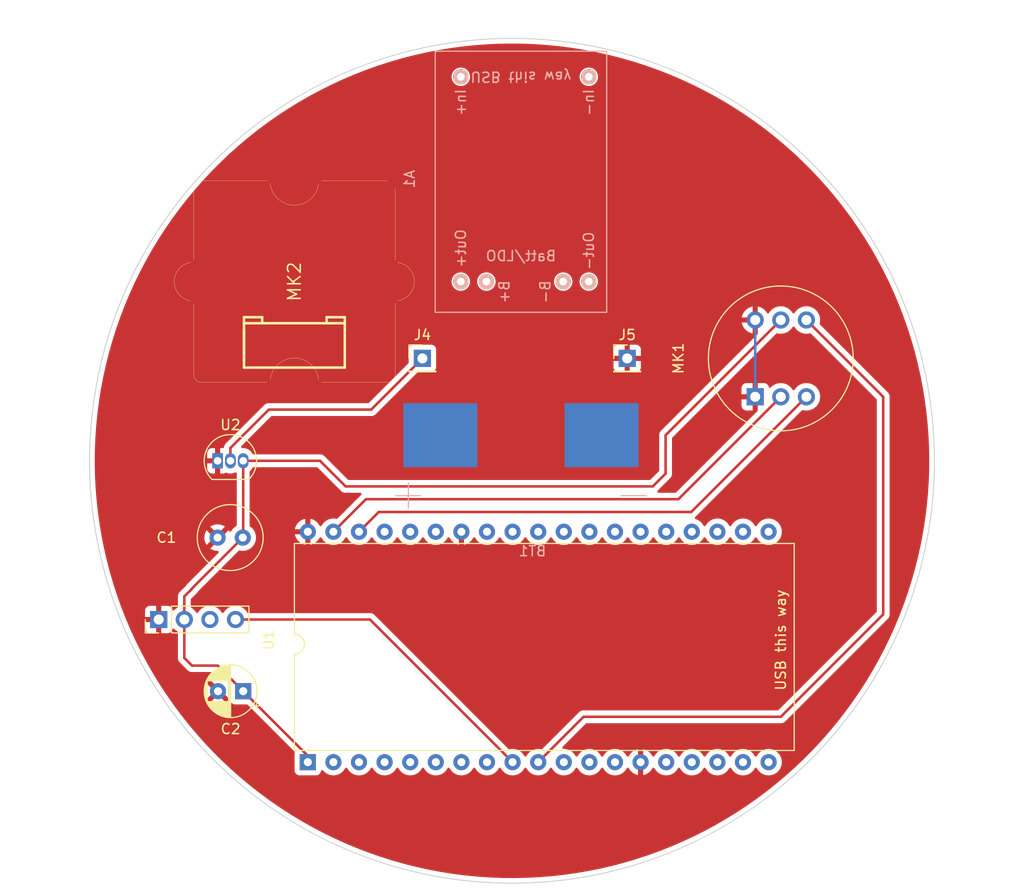
<source format=kicad_pcb>
(kicad_pcb (version 20211014) (generator pcbnew)
  (layers (0 "F.Cu" signal) (31 "B.Cu" signal) (34 "B.Paste" user) (35 "F.Paste" user) (36 "B.SilkS" user "B.Silkscreen") (37 "F.SilkS" user "F.Silkscreen") (38 "B.Mask" user) (39 "F.Mask" user) (44 "Edge.Cuts" user))
  (net 0 "")
  (net 4 "GND")
  (net 8 "Net-(MK1-Pad2)")
  (net 24 "Net-(MK1-Pad3)")
  (net 37 "Net-(MK1-Pad4)")
  (net 38 "Net-(MK2-Pad4)")
  (net 39 "Net-(C1-Pad2)")
  (net 40 "Net-(J4-Pad1)")
  (footprint "Package_TO_SOT_THT:TO-92_Inline" (layer "F.Cu") (at 104.14 93.98)
    (fp_text reference "U2" (at 1.27 -3.56) (layer "F.SilkS"))
    (fp_text value "MCP1700-3302E_TO92")
    (fp_line (start -0.53 1.85) (end 3.07 1.85) (layer "F.SilkS") (width 0.12))
    (fp_arc (start 1.27 -2.6) (mid 3.672087 -0.994977) (end 3.108478 1.838478) (layer "F.SilkS") (width 0.12))
    (fp_arc (start -0.568478 1.838478) (mid -1.132087 -0.994977) (end 1.27 -2.6) (layer "F.SilkS") (width 0.12))
    (pad "1" thru_hole rect (at 0 0) (size 1.05 1.5) (drill 0.75) (layers *.Cu *.Mask) (net 4 "GND"))
    (pad "2" thru_hole oval (at 1.27 0) (size 1.05 1.5) (drill 0.75) (layers *.Cu *.Mask) (net 40 "Net-(J4-Pad1)"))
    (pad "3" thru_hole oval (at 2.54 0) (size 1.05 1.5) (drill 0.75) (layers *.Cu *.Mask) (net 39 "Net-(C1-Pad2)"))
  )
  (footprint "Package_DIP:DIP-38_W22.86mm" (layer "F.Cu") (at 134.62 111.76 90)
    (fp_text reference "U1" (at 0 -25.4 90) (layer "F.SilkS"))
    (fp_text value "ESP32_NodeMCU_v1.1")
    (fp_text user "USB this way" (at 0 25.4 90 unlocked) (layer "F.SilkS"))
    (fp_line (start -10.96 26.73) (end 9.58 26.73) (layer "F.SilkS") (width 0.12))
    (fp_line (start 9.58 26.73) (end 9.58 -22.86) (layer "F.SilkS") (width 0.12))
    (fp_line (start 9.58 -22.86) (end 0.58 -22.86) (layer "F.SilkS") (width 0.12))
    (fp_line (start -1.42 -22.86) (end -10.96 -22.86) (layer "F.SilkS") (width 0.12))
    (fp_line (start -10.96 -22.86) (end -10.96 26.73) (layer "F.SilkS") (width 0.12))
    (fp_arc (start 0.58 -22.86) (mid -0.42 -21.86) (end -1.42 -22.86) (layer "F.SilkS") (width 0.12))
    (pad "1" thru_hole rect (at -12.12 -21.53 90) (size 1.6 1.6) (drill 0.8) (layers *.Cu *.Mask) (net 39 "Net-(C1-Pad2)"))
    (pad "2" thru_hole oval (at -12.12 -18.99 90) (size 1.6 1.6) (drill 0.8) (layers *.Cu *.Mask))
    (pad "3" thru_hole oval (at -12.12 -16.45 90) (size 1.6 1.6) (drill 0.8) (layers *.Cu *.Mask))
    (pad "4" thru_hole oval (at -12.12 -13.91 90) (size 1.6 1.6) (drill 0.8) (layers *.Cu *.Mask))
    (pad "5" thru_hole oval (at -12.12 -11.37 90) (size 1.6 1.6) (drill 0.8) (layers *.Cu *.Mask))
    (pad "6" thru_hole oval (at -12.12 -8.83 90) (size 1.6 1.6) (drill 0.8) (layers *.Cu *.Mask))
    (pad "7" thru_hole oval (at -12.12 -6.29 90) (size 1.6 1.6) (drill 0.8) (layers *.Cu *.Mask))
    (pad "8" thru_hole oval (at -12.12 -3.75 90) (size 1.6 1.6) (drill 0.8) (layers *.Cu *.Mask))
    (pad "9" thru_hole oval (at -12.12 -1.21 90) (size 1.6 1.6) (drill 0.8) (layers *.Cu *.Mask) (net 38 "Net-(MK2-Pad4)"))
    (pad "10" thru_hole oval (at -12.12 1.33 90) (size 1.6 1.6) (drill 0.8) (layers *.Cu *.Mask) (net 37 "Net-(MK1-Pad4)"))
    (pad "11" thru_hole oval (at -12.12 3.87 90) (size 1.6 1.6) (drill 0.8) (layers *.Cu *.Mask))
    (pad "12" thru_hole oval (at -12.12 6.41 90) (size 1.6 1.6) (drill 0.8) (layers *.Cu *.Mask))
    (pad "13" thru_hole oval (at -12.12 8.95 90) (size 1.6 1.6) (drill 0.8) (layers *.Cu *.Mask))
    (pad "14" thru_hole oval (at -12.12 11.49 90) (size 1.6 1.6) (drill 0.8) (layers *.Cu *.Mask) (net 4 "GND"))
    (pad "15" thru_hole oval (at -12.12 14.03 90) (size 1.6 1.6) (drill 0.8) (layers *.Cu *.Mask))
    (pad "16" thru_hole oval (at -12.12 16.57 90) (size 1.6 1.6) (drill 0.8) (layers *.Cu *.Mask))
    (pad "17" thru_hole oval (at -12.12 19.11 90) (size 1.6 1.6) (drill 0.8) (layers *.Cu *.Mask))
    (pad "18" thru_hole oval (at -12.12 21.65 90) (size 1.6 1.6) (drill 0.8) (layers *.Cu *.Mask))
    (pad "19" thru_hole oval (at -12.12 24.19 90) (size 1.6 1.6) (drill 0.8) (layers *.Cu *.Mask))
    (pad "20" thru_hole oval (at 10.74 24.19 90) (size 1.6 1.6) (drill 0.8) (layers *.Cu *.Mask))
    (pad "21" thru_hole oval (at 10.74 21.65 90) (size 1.6 1.6) (drill 0.8) (layers *.Cu *.Mask))
    (pad "22" thru_hole oval (at 10.74 19.11 90) (size 1.6 1.6) (drill 0.8) (layers *.Cu *.Mask))
    (pad "23" thru_hole oval (at 10.74 16.57 90) (size 1.6 1.6) (drill 0.8) (layers *.Cu *.Mask))
    (pad "24" thru_hole oval (at 10.74 14.03 90) (size 1.6 1.6) (drill 0.8) (layers *.Cu *.Mask))
    (pad "25" thru_hole oval (at 10.74 11.49 90) (size 1.6 1.6) (drill 0.8) (layers *.Cu *.Mask))
    (pad "26" thru_hole oval (at 10.74 8.95 90) (size 1.6 1.6) (drill 0.8) (layers *.Cu *.Mask))
    (pad "27" thru_hole oval (at 10.74 6.41 90) (size 1.6 1.6) (drill 0.8) (layers *.Cu *.Mask))
    (pad "28" thru_hole oval (at 10.74 3.87 90) (size 1.6 1.6) (drill 0.8) (layers *.Cu *.Mask))
    (pad "29" thru_hole oval (at 10.74 1.33 90) (size 1.6 1.6) (drill 0.8) (layers *.Cu *.Mask))
    (pad "30" thru_hole oval (at 10.74 -1.21 90) (size 1.6 1.6) (drill 0.8) (layers *.Cu *.Mask))
    (pad "31" thru_hole oval (at 10.74 -3.75 90) (size 1.6 1.6) (drill 0.8) (layers *.Cu *.Mask))
    (pad "32" thru_hole oval (at 10.74 -6.29 90) (size 1.6 1.6) (drill 0.8) (layers *.Cu *.Mask) (net 4 "GND"))
    (pad "33" thru_hole oval (at 10.74 -8.83 90) (size 1.6 1.6) (drill 0.8) (layers *.Cu *.Mask))
    (pad "34" thru_hole oval (at 10.74 -11.37 90) (size 1.6 1.6) (drill 0.8) (layers *.Cu *.Mask))
    (pad "35" thru_hole oval (at 10.74 -13.91 90) (size 1.6 1.6) (drill 0.8) (layers *.Cu *.Mask))
    (pad "36" thru_hole oval (at 10.74 -16.45 90) (size 1.6 1.6) (drill 0.8) (layers *.Cu *.Mask) (net 24 "Net-(MK1-Pad3)"))
    (pad "37" thru_hole oval (at 10.74 -18.99 90) (size 1.6 1.6) (drill 0.8) (layers *.Cu *.Mask) (net 8 "Net-(MK1-Pad2)"))
    (pad "38" thru_hole oval (at 10.74 -21.53 90) (size 1.6 1.6) (drill 0.8) (layers *.Cu *.Mask) (net 4 "GND"))
  )
  (footprint "Capacitor_THT:CP_Radial_D5.0mm_P2.50mm" (layer "F.Cu") (at 106.68 116.84 180)
    (fp_text reference "C2" (at 1.25 -3.75) (layer "F.SilkS"))
    (fp_text value "100u")
    (fp_line (start 3.211 -1.699) (end 3.211 -1.04) (layer "F.SilkS") (width 0.12))
    (fp_line (start 1.45 -2.573) (end 1.45 2.573) (layer "F.SilkS") (width 0.12))
    (fp_line (start 2.691 -2.149) (end 2.691 -1.04) (layer "F.SilkS") (width 0.12))
    (fp_line (start 3.451 -1.383) (end 3.451 -1.04) (layer "F.SilkS") (width 0.12))
    (fp_line (start 2.411 1.04) (end 2.411 2.31) (layer "F.SilkS") (width 0.12))
    (fp_line (start 1.77 -2.528) (end 1.77 -1.04) (layer "F.SilkS") (width 0.12))
    (fp_line (start -1.554775 -1.475) (end -1.054775 -1.475) (layer "F.SilkS") (width 0.12))
    (fp_line (start 3.171 -1.743) (end 3.171 -1.04) (layer "F.SilkS") (width 0.12))
    (fp_line (start 2.131 1.04) (end 2.131 2.428) (layer "F.SilkS") (width 0.12))
    (fp_line (start 1.89 1.04) (end 1.89 2.501) (layer "F.SilkS") (width 0.12))
    (fp_line (start 2.451 1.04) (end 2.451 2.29) (layer "F.SilkS") (width 0.12))
    (fp_line (start 3.091 -1.826) (end 3.091 -1.04) (layer "F.SilkS") (width 0.12))
    (fp_line (start 2.371 1.04) (end 2.371 2.329) (layer "F.SilkS") (width 0.12))
    (fp_line (start 2.531 -2.247) (end 2.531 -1.04) (layer "F.SilkS") (width 0.12))
    (fp_line (start 1.65 -2.55) (end 1.65 -1.04) (layer "F.SilkS") (width 0.12))
    (fp_line (start 3.171 1.04) (end 3.171 1.743) (layer "F.SilkS") (width 0.12))
    (fp_line (start 3.651 -1.011) (end 3.651 1.011) (layer "F.SilkS") (width 0.12))
    (fp_line (start 2.011 -2.468) (end 2.011 -1.04) (layer "F.SilkS") (width 0.12))
    (fp_line (start 2.331 -2.348) (end 2.331 -1.04) (layer "F.SilkS") (width 0.12))
    (fp_line (start 3.331 -1.554) (end 3.331 -1.04) (layer "F.SilkS") (width 0.12))
    (fp_line (start 2.291 -2.365) (end 2.291 -1.04) (layer "F.SilkS") (width 0.12))
    (fp_line (start 3.291 -1.605) (end 3.291 -1.04) (layer "F.SilkS") (width 0.12))
    (fp_line (start 2.491 -2.268) (end 2.491 -1.04) (layer "F.SilkS") (width 0.12))
    (fp_line (start 2.251 -2.382) (end 2.251 -1.04) (layer "F.SilkS") (width 0.12))
    (fp_line (start 3.091 1.04) (end 3.091 1.826) (layer "F.SilkS") (width 0.12))
    (fp_line (start 1.971 -2.48) (end 1.971 -1.04) (layer "F.SilkS") (width 0.12))
    (fp_line (start 3.411 1.04) (end 3.411 1.443) (layer "F.SilkS") (width 0.12))
    (fp_line (start 2.171 1.04) (end 2.171 2.414) (layer "F.SilkS") (width 0.12))
    (fp_line (start 3.051 -1.864) (end 3.051 -1.04) (layer "F.SilkS") (width 0.12))
    (fp_line (start 2.891 -2.004) (end 2.891 -1.04) (layer "F.SilkS") (width 0.12))
    (fp_line (start 1.49 1.04) (end 1.49 2.569) (layer "F.SilkS") (width 0.12))
    (fp_line (start 1.41 -2.576) (end 1.41 2.576) (layer "F.SilkS") (width 0.12))
    (fp_line (start 3.251 1.04) (end 3.251 1.653) (layer "F.SilkS") (width 0.12))
    (fp_line (start 3.051 1.04) (end 3.051 1.864) (layer "F.SilkS") (width 0.12))
    (fp_line (start 3.691 -0.915) (end 3.691 0.915) (layer "F.SilkS") (width 0.12))
    (fp_line (start 2.811 -2.065) (end 2.811 -1.04) (layer "F.SilkS") (width 0.12))
    (fp_line (start 2.771 1.04) (end 2.771 2.095) (layer "F.SilkS") (width 0.12))
    (fp_line (start 2.331 1.04) (end 2.331 2.348) (layer "F.SilkS") (width 0.12))
    (fp_line (start 3.731 -0.805) (end 3.731 0.805) (layer "F.SilkS") (width 0.12))
    (fp_line (start 1.69 1.04) (end 1.69 2.543) (layer "F.SilkS") (width 0.12))
    (fp_line (start 2.611 1.04) (end 2.611 2.2) (layer "F.SilkS") (width 0.12))
    (fp_line (start 3.451 1.04) (end 3.451 1.383) (layer "F.SilkS") (width 0.12))
    (fp_line (start 3.291 1.04) (end 3.291 1.605) (layer "F.SilkS") (width 0.12))
    (fp_line (start 3.371 -1.5) (end 3.371 -1.04) (layer "F.SilkS") (width 0.12))
    (fp_line (start 2.811 1.04) (end 2.811 2.065) (layer "F.SilkS") (width 0.12))
    (fp_line (start 3.371 1.04) (end 3.371 1.5) (layer "F.SilkS") (width 0.12))
    (fp_line (start 1.37 -2.578) (end 1.37 2.578) (layer "F.SilkS") (width 0.12))
    (fp_line (start 2.931 1.04) (end 2.931 1.971) (layer "F.SilkS") (width 0.12))
    (fp_line (start 1.69 -2.543) (end 1.69 -1.04) (layer "F.SilkS") (width 0.12))
    (fp_line (start 2.051 -2.455) (end 2.051 -1.04) (layer "F.SilkS") (width 0.12))
    (fp_line (start 2.051 1.04) (end 2.051 2.455) (layer "F.SilkS") (width 0.12))
    (fp_line (start 2.091 1.04) (end 2.091 2.442) (layer "F.SilkS") (width 0.12))
    (fp_line (start -1.304775 -1.725) (end -1.304775 -1.225) (layer "F.SilkS") (width 0.12))
    (fp_line (start 1.25 -2.58) (end 1.25 2.58) (layer "F.SilkS") (width 0.12))
    (fp_line (start 1.81 1.04) (end 1.81 2.52) (layer "F.SilkS") (width 0.12))
    (fp_line (start 1.57 1.04) (end 1.57 2.561) (layer "F.SilkS") (width 0.12))
    (fp_line (start 3.131 1.04) (end 3.131 1.785) (layer "F.SilkS") (width 0.12))
    (fp_line (start 3.331 1.04) (end 3.331 1.554) (layer "F.SilkS") (width 0.12))
    (fp_line (start 2.891 1.04) (end 2.891 2.004) (layer "F.SilkS") (width 0.12))
    (fp_line (start 2.091 -2.442) (end 2.091 -1.04) (layer "F.SilkS") (width 0.12))
    (fp_line (start 2.371 -2.329) (end 2.371 -1.04) (layer "F.SilkS") (width 0.12))
    (fp_line (start 2.171 -2.414) (end 2.171 -1.04) (layer "F.SilkS") (width 0.12))
    (fp_line (start 3.411 -1.443) (end 3.411 -1.04) (layer "F.SilkS") (width 0.12))
    (fp_line (start 3.131 -1.785) (end 3.131 -1.04) (layer "F.SilkS") (width 0.12))
    (fp_line (start 2.651 1.04) (end 2.651 2.175) (layer "F.SilkS") (width 0.12))
    (fp_line (start 3.011 -1.901) (end 3.011 -1.04) (layer "F.SilkS") (width 0.12))
    (fp_line (start 2.731 1.04) (end 2.731 2.122) (layer "F.SilkS") (width 0.12))
    (fp_line (start 1.57 -2.561) (end 1.57 -1.04) (layer "F.SilkS") (width 0.12))
    (fp_line (start 2.691 1.04) (end 2.691 2.149) (layer "F.SilkS") (width 0.12))
    (fp_line (start 2.731 -2.122) (end 2.731 -1.04) (layer "F.SilkS") (width 0.12))
    (fp_line (start 3.611 -1.098) (end 3.611 1.098) (layer "F.SilkS") (width 0.12))
    (fp_line (start 2.971 -1.937) (end 2.971 -1.04) (layer "F.SilkS") (width 0.12))
    (fp_line (start 3.571 -1.178) (end 3.571 1.178) (layer "F.SilkS") (width 0.12))
    (fp_line (start 2.651 -2.175) (end 2.651 -1.04) (layer "F.SilkS") (width 0.12))
    (fp_line (start 3.851 -0.284) (end 3.851 0.284) (layer "F.SilkS") (width 0.12))
    (fp_line (start 1.65 1.04) (end 1.65 2.55) (layer "F.SilkS") (width 0.12))
    (fp_line (start 2.971 1.04) (end 2.971 1.937) (layer "F.SilkS") (width 0.12))
    (fp_line (start 1.73 1.04) (end 1.73 2.536) (layer "F.SilkS") (width 0.12))
    (fp_line (start 3.491 1.04) (end 3.491 1.319) (layer "F.SilkS") (width 0.12))
    (fp_line (start 2.571 -2.224) (end 2.571 -1.04) (layer "F.SilkS") (width 0.12))
    (fp_line (start 2.771 -2.095) (end 2.771 -1.04) (layer "F.SilkS") (width 0.12))
    (fp_line (start 1.89 -2.501) (end 1.89 -1.04) (layer "F.SilkS") (width 0.12))
    (fp_line (start 1.29 -2.58) (end 1.29 2.58) (layer "F.SilkS") (width 0.12))
    (fp_line (start 1.53 -2.565) (end 1.53 -1.04) (layer "F.SilkS") (width 0.12))
    (fp_line (start 2.211 -2.398) (end 2.211 -1.04) (layer "F.SilkS") (width 0.12))
    (fp_line (start 1.61 1.04) (end 1.61 2.556) (layer "F.SilkS") (width 0.12))
    (fp_line (start 1.85 1.04) (end 1.85 2.511) (layer "F.SilkS") (width 0.12))
    (fp_line (start 1.49 -2.569) (end 1.49 -1.04) (layer "F.SilkS") (width 0.12))
    (fp_line (start 3.811 -0.518) (end 3.811 0.518) (layer "F.SilkS") (width 0.12))
    (fp_line (start 3.491 -1.319) (end 3.491 -1.04) (layer "F.SilkS") (width 0.12))
    (fp_line (start 2.131 -2.428) (end 2.131 -1.04) (layer "F.SilkS") (width 0.12))
    (fp_line (start 1.33 -2.579) (end 1.33 2.579) (layer "F.SilkS") (width 0.12))
    (fp_line (start 2.211 1.04) (end 2.211 2.398) (layer "F.SilkS") (width 0.12))
    (fp_line (start 2.411 -2.31) (end 2.411 -1.04) (layer "F.SilkS") (width 0.12))
    (fp_line (start 1.53 1.04) (end 1.53 2.565) (layer "F.SilkS") (width 0.12))
    (fp_line (start 1.61 -2.556) (end 1.61 -1.04) (layer "F.SilkS") (width 0.12))
    (fp_line (start 3.011 1.04) (end 3.011 1.901) (layer "F.SilkS") (width 0.12))
    (fp_line (start 2.931 -1.971) (end 2.931 -1.04) (layer "F.SilkS") (width 0.12))
    (fp_line (start 2.491 1.04) (end 2.491 2.268) (layer "F.SilkS") (width 0.12))
    (fp_line (start 2.571 1.04) (end 2.571 2.224) (layer "F.SilkS") (width 0.12))
    (fp_line (start 3.531 1.04) (end 3.531 1.251) (layer "F.SilkS") (width 0.12))
    (fp_line (start 2.011 1.04) (end 2.011 2.468) (layer "F.SilkS") (width 0.12))
    (fp_line (start 1.85 -2.511) (end 1.85 -1.04) (layer "F.SilkS") (width 0.12))
    (fp_line (start 1.93 -2.491) (end 1.93 -1.04) (layer "F.SilkS") (width 0.12))
    (fp_line (start 2.851 1.04) (end 2.851 2.035) (layer "F.SilkS") (width 0.12))
    (fp_line (start 1.77 1.04) (end 1.77 2.528) (layer "F.SilkS") (width 0.12))
    (fp_line (start 1.81 -2.52) (end 1.81 -1.04) (layer "F.SilkS") (width 0.12))
    (fp_line (start 3.531 -1.251) (end 3.531 -1.04) (layer "F.SilkS") (width 0.12))
    (fp_line (start 3.771 -0.677) (end 3.771 0.677) (layer "F.SilkS") (width 0.12))
    (fp_line (start 2.611 -2.2) (end 2.611 -1.04) (layer "F.SilkS") (width 0.12))
    (fp_line (start 2.291 1.04) (end 2.291 2.365) (layer "F.SilkS") (width 0.12))
    (fp_line (start 3.251 -1.653) (end 3.251 -1.04) (layer "F.SilkS") (width 0.12))
    (fp_line (start 2.451 -2.29) (end 2.451 -1.04) (layer "F.SilkS") (width 0.12))
    (fp_line (start 1.93 1.04) (end 1.93 2.491) (layer "F.SilkS") (width 0.12))
    (fp_line (start 2.531 1.04) (end 2.531 2.247) (layer "F.SilkS") (width 0.12))
    (fp_line (start 1.971 1.04) (end 1.971 2.48) (layer "F.SilkS") (width 0.12))
    (fp_line (start 2.851 -2.035) (end 2.851 -1.04) (layer "F.SilkS") (width 0.12))
    (fp_line (start 1.73 -2.536) (end 1.73 -1.04) (layer "F.SilkS") (width 0.12))
    (fp_line (start 2.251 1.04) (end 2.251 2.382) (layer "F.SilkS") (width 0.12))
    (fp_line (start 3.211 1.04) (end 3.211 1.699) (layer "F.SilkS") (width 0.12))
    (fp_circle (center 1.25 0) (end 3.87 0) (layer "F.SilkS") (width 0.12) (fill none))
    (pad "1" thru_hole rect (at 0 0 180) (size 1.6 1.6) (drill 0.8) (layers *.Cu *.Mask) (net 39 "Net-(C1-Pad2)"))
    (pad "2" thru_hole circle (at 2.5 0 180) (size 1.6 1.6) (drill 0.8) (layers *.Cu *.Mask) (net 4 "GND"))
  )
  (footprint "Connector_PinHeader_2.54mm:PinHeader_1x01_P2.54mm_Vertical" (layer "F.Cu") (at 124.46 83.82)
    (fp_text reference "J4" (at 0 -2.33) (layer "F.SilkS"))
    (fp_text value "Conn_01x01_Male")
    (fp_line (start -1.33 0) (end -1.33 -1.33) (layer "F.SilkS") (width 0.12))
    (fp_line (start -1.33 1.33) (end 1.33 1.33) (layer "F.SilkS") (width 0.12))
    (fp_line (start -1.33 -1.33) (end 0 -1.33) (layer "F.SilkS") (width 0.12))
    (fp_line (start 1.33 1.27) (end 1.33 1.33) (layer "F.SilkS") (width 0.12))
    (fp_line (start -1.33 1.27) (end -1.33 1.33) (layer "F.SilkS") (width 0.12))
    (fp_line (start -1.33 1.27) (end 1.33 1.27) (layer "F.SilkS") (width 0.12))
    (pad "1" thru_hole rect (at 0 0) (size 1.7 1.7) (drill 1) (layers *.Cu *.Mask) (net 40 "Net-(J4-Pad1)"))
  )
  (footprint "Capacitor_THT:C_Radial_D6.3mm_H5.0mm_P2.50mm" (layer "F.Cu") (at 104.14 101.6)
    (fp_text reference "C1" (at -5.08 0) (layer "F.SilkS"))
    (fp_text value "100n")
    (fp_circle (center 1.25 0) (end 4.52 0) (layer "F.SilkS") (width 0.12) (fill none))
    (pad "1" thru_hole circle (at 0 0) (size 1.6 1.6) (drill 0.8) (layers *.Cu *.Mask) (net 4 "GND"))
    (pad "2" thru_hole circle (at 2.5 0) (size 1.6 1.6) (drill 0.8) (layers *.Cu *.Mask) (net 39 "Net-(C1-Pad2)"))
  )
  (footprint "Microphones:Grove Sound Sensor" (layer "F.Cu") (at 111.76 76.2 90)
    (fp_text reference "MK2" (at 0 0 90) (layer "F.SilkS") (effects (font (size 1.27 1.27))))
    (fp_text value "Grove" hide)
    (fp_line (start -7.33 5) (end -5.33 5) (layer "F.SilkS") (width 0.127))
    (fp_line (start 10 -2.7) (end 10 -9.2) (layer "F.SilkS") (width 0.0254))
    (fp_line (start -8.53 5) (end -4.13 5) (layer "F.SilkS") (width 0.254))
    (fp_line (start 9.2 -10) (end 2.1 -10) (layer "F.SilkS") (width 0.0254))
    (fp_line (start -10 2.7) (end -10 9.2) (layer "F.SilkS") (width 0.0254))
    (fp_line (start 10 2.7) (end 10 9.2) (layer "F.SilkS") (width 0.0254))
    (fp_line (start -7.83 -5) (end -4.83 -5) (layer "F.SilkS") (width 0.254))
    (fp_line (start -34.858 -14.792) (end -33.528 -14.792) (layer "F.SilkS") (width 0.12))
    (fp_line (start -9.2 10) (end -2.1 10) (layer "F.SilkS") (width 0.0254))
    (fp_line (start -3.53 3.2) (end -4.13 3.2) (layer "F.SilkS") (width 0.254))
    (fp_line (start -34.858 -4.512) (end -32.198 -4.512) (layer "F.SilkS") (width 0.12))
    (fp_line (start -34.858 -12.192) (end -34.858 -4.512) (layer "F.SilkS") (width 0.12))
    (fp_line (start -9.2 -10) (end -2.2 -10) (layer "F.SilkS") (width 0.0254))
    (fp_line (start -4.13 3.2) (end -4.13 -3.2) (layer "F.SilkS") (width 0.254))
    (fp_line (start -8.53 5) (end -8.53 -5) (layer "F.SilkS") (width 0.254))
    (fp_line (start -3.53 -3.2) (end -3.53 -5) (layer "F.SilkS") (width 0.254))
    (fp_line (start -3.53 5) (end -3.53 3.2) (layer "F.SilkS") (width 0.254))
    (fp_line (start -4.13 -3.2) (end -4.13 -5) (layer "F.SilkS") (width 0.254))
    (fp_line (start -3.53 -5) (end -4.13 -5) (layer "F.SilkS") (width 0.254))
    (fp_line (start -10 -2.7) (end -10 -9.2) (layer "F.SilkS") (width 0.0254))
    (fp_line (start -34.858 -12.192) (end -32.198 -12.192) (layer "F.SilkS") (width 0.12))
    (fp_line (start -34.858 -13.462) (end -34.858 -14.792) (layer "F.SilkS") (width 0.12))
    (fp_line (start -32.198 -12.192) (end -32.198 -4.512) (layer "F.SilkS") (width 0.12))
    (fp_line (start -4.13 -5) (end -8.53 -5) (layer "F.SilkS") (width 0.254))
    (fp_line (start -4.13 5) (end -4.13 3.2) (layer "F.SilkS") (width 0.254))
    (fp_line (start 9.2 10) (end 2.1 10) (layer "F.SilkS") (width 0.0254))
    (fp_line (start -4.13 5) (end -3.53 5) (layer "F.SilkS") (width 0.254))
    (fp_line (start -4.13 -3.2) (end -3.53 -3.2) (layer "F.SilkS") (width 0.254))
    (fp_arc (start -9.7 -2.4) (mid -7.582254 0) (end -9.7 2.4) (layer "F.SilkS") (width 0.0254))
    (fp_arc (start 9.7 2.4) (mid 7.582254 0) (end 9.7 -2.4) (layer "F.SilkS") (width 0.0254))
    (fp_arc (start -10 -9.2) (mid -9.765685 -9.765685) (end -9.2 -10) (layer "F.SilkS") (width 0.0254))
    (fp_arc (start -9.2 10) (mid -9.765685 9.765685) (end -10 9.2) (layer "F.SilkS") (width 0.0254))
    (fp_arc (start 1.9 10.2) (mid -0.000001 11.910767) (end -1.9 10.199998) (layer "F.SilkS") (width 0.0254))
    (fp_arc (start -1.9 -10.3) (mid 0 -11.924188) (end 1.9 -10.3) (layer "F.SilkS") (width 0.0254))
    (pad "1" thru_hole rect (at -33.528 -13.462 90) (size 1.7 1.7) (drill 1) (layers *.Cu *.Mask) (net 4 "GND"))
    (pad "2" thru_hole oval (at -33.528 -10.922 90) (size 1.7 1.7) (drill 1) (layers *.Cu *.Mask) (net 39 "Net-(C1-Pad2)"))
    (pad "3" thru_hole oval (at -33.528 -8.382 90) (size 1.7 1.7) (drill 1) (layers *.Cu *.Mask))
    (pad "4" thru_hole oval (at -33.528 -5.842 90) (size 1.7 1.7) (drill 1) (layers *.Cu *.Mask) (net 38 "Net-(MK2-Pad4)"))
  )
  (footprint "Microphones:INMP441" (layer "F.Cu") (at 160.02 83.82 90)
    (fp_text reference "MK1" (at 0 -10.16 90) (layer "F.SilkS"))
    (fp_text value "INMP441")
    (fp_circle (center 0 0) (end 5.08 5.08) (layer "F.SilkS") (width 0.12) (fill none))
    (pad "1" thru_hole rect (at -3.81 -2.54 90) (size 1.7 1.7) (drill 1) (layers *.Cu *.Mask) (net 4 "GND"))
    (pad "2" thru_hole oval (at -3.81 0 90) (size 1.7 1.7) (drill 1) (layers *.Cu *.Mask) (net 8 "Net-(MK1-Pad2)"))
    (pad "3" thru_hole oval (at -3.81 2.54 90) (size 1.7 1.7) (drill 1) (layers *.Cu *.Mask) (net 24 "Net-(MK1-Pad3)"))
    (pad "4" thru_hole oval (at 3.81 2.54 90) (size 1.7 1.7) (drill 1) (layers *.Cu *.Mask) (net 37 "Net-(MK1-Pad4)"))
    (pad "5" thru_hole oval (at 3.81 0 90) (size 1.7 1.7) (drill 1) (layers *.Cu *.Mask) (net 39 "Net-(C1-Pad2)"))
    (pad "6" thru_hole oval (at 3.81 -2.54 90) (size 1.7 1.7) (drill 1) (layers *.Cu *.Mask) (net 4 "GND"))
  )
  (footprint "Connector_PinHeader_2.54mm:PinHeader_1x01_P2.54mm_Vertical" (layer "F.Cu") (at 144.78 83.82)
    (fp_text reference "J5" (at 0 -2.33) (layer "F.SilkS"))
    (fp_text value "Conn_01x01_Male")
    (fp_line (start -1.33 1.33) (end 1.33 1.33) (layer "F.SilkS") (width 0.12))
    (fp_line (start -1.33 -1.33) (end 0 -1.33) (layer "F.SilkS") (width 0.12))
    (fp_line (start -1.33 1.27) (end -1.33 1.33) (layer "F.SilkS") (width 0.12))
    (fp_line (start -1.33 1.27) (end 1.33 1.27) (layer "F.SilkS") (width 0.12))
    (fp_line (start -1.33 0) (end -1.33 -1.33) (layer "F.SilkS") (width 0.12))
    (fp_line (start 1.33 1.27) (end 1.33 1.33) (layer "F.SilkS") (width 0.12))
    (pad "1" thru_hole rect (at 0 0) (size 1.7 1.7) (drill 1) (layers *.Cu *.Mask) (net 4 "GND"))
  )
  (footprint "custom:TP4056Board" (layer "B.Cu") (at 135.89 66.04 -90)
    (fp_text reference "A1" (at 0 12.7 90 unlocked) (layer "B.SilkS") (effects (justify mirror)))
    (fp_text value "TP4056")
    (fp_text user "B-" (at 11.176 -0.762 90 unlocked) (layer "B.SilkS") (effects (justify mirror)))
    (fp_text user "In+" (at -7.62 7.62 90 unlocked) (layer "B.SilkS") (effects (justify mirror)))
    (fp_text user "Out-" (at 7.112 -5.08 90 unlocked) (layer "B.SilkS") (effects (justify mirror)))
    (fp_text user "USB this way" (at -10.16 1.651 180 unlocked) (layer "B.SilkS") (effects (justify mirror)))
    (fp_text user "In-" (at -7.62 -5.08 90 unlocked) (layer "B.SilkS") (effects (justify mirror)))
    (fp_text user "Batt/LDO" (at 7.62 1.651 unlocked) (layer "B.SilkS") (effects (justify mirror)))
    (fp_text user "Out+" (at 6.858 7.62 90 unlocked) (layer "B.SilkS") (effects (justify mirror)))
    (fp_text user "B+" (at 11.176 3.302 90 unlocked) (layer "B.SilkS") (effects (justify mirror)))
    (fp_rect (start -12.7 10.16) (end 13.208 -6.858) (layer "B.SilkS") (width 0.12) (fill none))
    (pad "" thru_hole circle (at 10.16 -5.08 270) (size 1.524 1.524) (drill 0.762) (layers *.Mask "B.SilkS"))
    (pad "" thru_hole circle (at -10.16 -5.08 270) (size 1.524 1.524) (drill 0.762) (layers *.Mask "B.SilkS"))
    (pad "" thru_hole circle (at 10.16 -2.54 270) (size 1.524 1.524) (drill 0.762) (layers *.Mask "B.SilkS"))
    (pad "" thru_hole circle (at 10.16 7.62 270) (size 1.524 1.524) (drill 0.762) (layers *.Mask "B.SilkS"))
    (pad "" thru_hole circle (at 10.16 5.08 270) (size 1.524 1.524) (drill 0.762) (layers *.Mask "B.SilkS"))
    (pad "" thru_hole circle (at -10.16 7.62 270) (size 1.524 1.524) (drill 0.762) (layers *.Mask "B.SilkS"))
  )
  (footprint "Battery:Battery_Custom" (layer "B.Cu") (at 135.382 91.44)
    (fp_text reference "BT1" (at 0 11.5) (layer "B.SilkS") (effects (justify mirror)))
    (fp_text value "Battery_Cell")
    (fp_line (start -12.314 4.75) (end -12.314 7.25) (layer "B.SilkS") (width 0.12))
    (fp_line (start 11.278 6) (end 8.778 6) (layer "B.SilkS") (width 0.12))
    (fp_line (start -13.564 6) (end -11.064 6) (layer "B.SilkS") (width 0.12))
    (pad "1" smd rect (at -9.144 0) (size 7.34 6.35) (layers "B.Cu" "B.Paste" "B.Mask"))
    (pad "2" smd rect (at 6.858 0) (size 7.34 6.35) (layers "B.Cu" "B.Paste" "B.Mask"))
  )
  (gr_circle (center 133.35 93.98) (end 175.26 93.98) (layer "Edge.Cuts") (width 0.1) (fill none))
  (segment (start 157.48 80.01) (end 157.48 87.63) (width 0.25) (layer "B.Cu") (net 4))
  (segment (start 149.86 97.79) (end 118.86 97.79) (width 0.25) (layer "F.Cu") (net 8))
  (segment (start 118.86 97.79) (end 115.63 101.02) (width 0.25) (layer "F.Cu") (net 8))
  (segment (start 160.02 87.63) (end 149.86 97.79) (width 0.25) (layer "F.Cu") (net 8))
  (segment (start 120.13 99.06) (end 118.17 101.02) (width 0.25) (layer "F.Cu") (net 24))
  (segment (start 151.13 99.06) (end 120.13 99.06) (width 0.25) (layer "F.Cu") (net 24))
  (segment (start 162.56 87.63) (end 151.13 99.06) (width 0.25) (layer "F.Cu") (net 24))
  (segment (start 160.02 119.38) (end 140.45 119.38) (width 0.25) (layer "F.Cu") (net 37))
  (segment (start 140.45 119.38) (end 135.95 123.88) (width 0.25) (layer "F.Cu") (net 37))
  (segment (start 170.18 87.63) (end 170.18 109.22) (width 0.25) (layer "F.Cu") (net 37))
  (segment (start 162.56 80.01) (end 170.18 87.63) (width 0.25) (layer "F.Cu") (net 37))
  (segment (start 170.18 109.22) (end 160.02 119.38) (width 0.25) (layer "F.Cu") (net 37))
  (segment (start 133.41 123.88) (end 119.258 109.728) (width 0.25) (layer "F.Cu") (net 38))
  (segment (start 119.258 109.728) (end 105.918 109.728) (width 0.25) (layer "F.Cu") (net 38))
  (segment (start 100.838 107.442) (end 100.838 109.728) (width 0.25) (layer "F.Cu") (net 39))
  (segment (start 160.02 80.01) (end 148.59 91.44) (width 0.25) (layer "F.Cu") (net 39))
  (segment (start 106.68 116.84) (end 104.14 114.3) (width 0.25) (layer "F.Cu") (net 39))
  (segment (start 116.84 96.52) (end 114.3 93.98) (width 0.25) (layer "F.Cu") (net 39))
  (segment (start 100.838 113.538) (end 100.838 109.728) (width 0.25) (layer "F.Cu") (net 39))
  (segment (start 114.3 93.98) (end 106.68 93.98) (width 0.25) (layer "F.Cu") (net 39))
  (segment (start 101.6 106.68) (end 100.838 107.442) (width 0.25) (layer "F.Cu") (net 39))
  (segment (start 148.59 95.25) (end 147.32 96.52) (width 0.25) (layer "F.Cu") (net 39))
  (segment (start 147.32 96.52) (end 116.84 96.52) (width 0.25) (layer "F.Cu") (net 39))
  (segment (start 106.68 101.56) (end 106.64 101.6) (width 0.25) (layer "F.Cu") (net 39))
  (segment (start 101.6 114.3) (end 100.838 113.538) (width 0.25) (layer "F.Cu") (net 39))
  (segment (start 148.59 91.44) (end 148.59 95.25) (width 0.25) (layer "F.Cu") (net 39))
  (segment (start 106.68 116.84) (end 113.09 123.25) (width 0.25) (layer "F.Cu") (net 39))
  (segment (start 106.68 93.98) (end 106.68 101.56) (width 0.25) (layer "F.Cu") (net 39))
  (segment (start 113.09 123.25) (end 113.09 123.88) (width 0.25) (layer "F.Cu") (net 39))
  (segment (start 106.64 101.6) (end 101.6 106.64) (width 0.25) (layer "F.Cu") (net 39))
  (segment (start 104.14 114.3) (end 101.6 114.3) (width 0.25) (layer "F.Cu") (net 39))
  (segment (start 101.6 106.64) (end 101.6 106.68) (width 0.25) (layer "F.Cu") (net 39))
  (segment (start 119.38 88.9) (end 109.22 88.9) (width 0.25) (layer "F.Cu") (net 40))
  (segment (start 124.46 83.82) (end 119.38 88.9) (width 0.25) (layer "F.Cu") (net 40))
  (segment (start 109.22 88.9) (end 105.41 92.71) (width 0.25) (layer "F.Cu") (net 40))
  (segment (start 105.41 92.71) (end 105.41 93.98) (width 0.25) (layer "F.Cu") (net 40))
  (zone (net 4) (net_name "GND") (layer "F.Cu") (connect_pads (clearance 0.508)) (min_thickness 0.254) (fill yes (thermal_gap 0.508) (thermal_bridge_width 0.508))
    (polygon (pts (xy 184.15 137.16) (xy 82.55 137.16) (xy 82.55 48.26) (xy 184.15 48.26)))
  )
)
</source>
